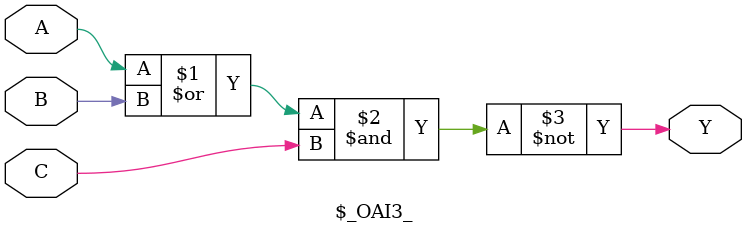
<source format=v>
module \$_OAI3_ (A, B, C, Y);
input A, B, C;
output Y;
assign Y = ~((A | B) & C);
endmodule
</source>
